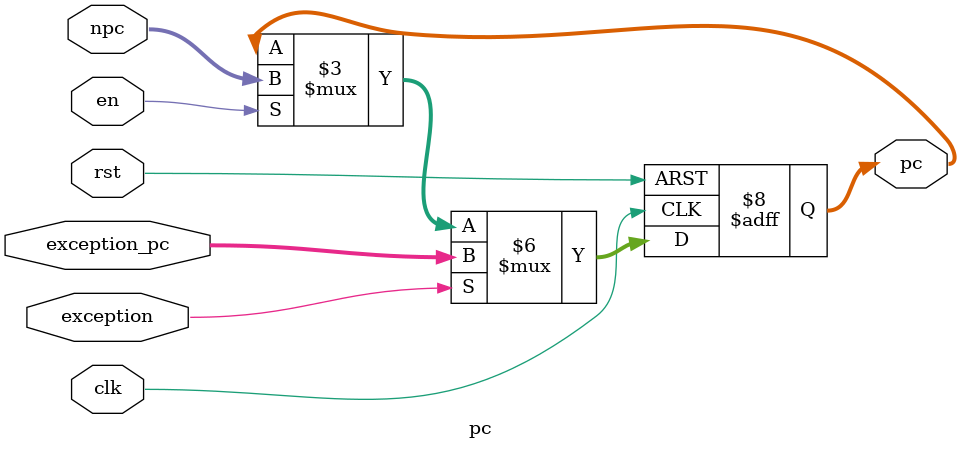
<source format=v>
`timescale 1ns / 1ps

module pc(
    input wire clk,
    input wire rst,
    input wire en,
    input wire exception,
    input wire[31:0] npc,
    input wire[31:0] exception_pc,
    
    output reg[31:0] pc
    );
    
    always @ (posedge clk or posedge rst) begin
        if (rst) begin
            pc <= 32'h00000000;
        end else if (exception) begin
            pc <= exception_pc;
        end else begin
            if (en) pc <= npc;
            else pc <= pc;
        end
    end
endmodule

</source>
